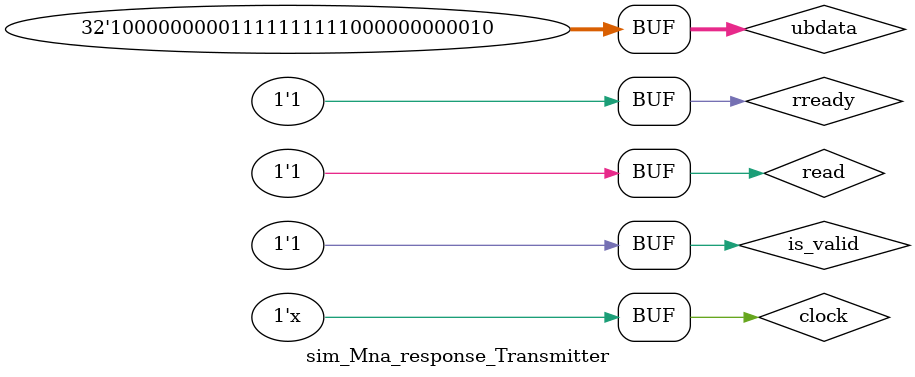
<source format=v>
`timescale 1ns / 1ps


module sim_Mna_response_Transmitter();
    reg clock = 0;
    reg rready;
    reg bready;
    reg is_valid;
    reg read;
    reg [31:0] ubdata;
    wire [7:0] is_allocatable;
    wire [7:0] is_on_off;
    wire [31:0]rdata;
    wire rvalid;
    wire [31:0] bresp;
    wire bvalid;
    
    Mna_Response_Transmitter sub_Mna_Response_Transmitter(clock, rready, bready,is_valid, read, ubdata, is_allocatable , is_on_off,
                                 rdata, rvalid, bresp, bvalid);
                                 
    initial 
        begin
        #10 is_valid = 1;
            read = 1;
        #20 ubdata[31:0] = 32'b10000000001111111111000000000010;
            rready = 1;
        end
        
        always #20 clock = !clock;
        
endmodule

</source>
